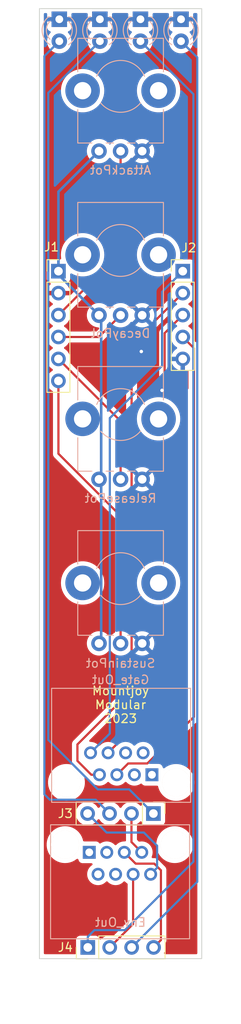
<source format=kicad_pcb>
(kicad_pcb (version 20211014) (generator pcbnew)
  (layers (0 "F.Cu" signal) (31 "B.Cu" signal) (34 "B.Paste" user) (35 "F.Paste" user) (36 "B.SilkS" user "B.Silkscreen") (37 "F.SilkS" user "F.Silkscreen") (38 "B.Mask" user) (39 "F.Mask" user) (44 "Edge.Cuts" user))
  (net 0 "")
  (net 1 "GND")
  (net 2 "/Led1_Out")
  (net 3 "/Led2_Out")
  (net 4 "/Led3_Out")
  (net 5 "/Led4_Out")
  (net 6 "+3.3VA")
  (net 7 "/Attack_Pot")
  (net 8 "/Decay_Pot")
  (net 9 "/Release_Pot")
  (net 10 "/Sustain_Pot")
  (net 11 "/Env2_Out")
  (net 12 "/Env1_Out")
  (net 13 "/Gate1_In")
  (net 14 "/Gate2_In")
  (net 15 "/Gate3_In")
  (net 16 "/Gate4_In")
  (net 17 "/Env3_Out")
  (net 18 "/Env4_Out")
  (footprint "Connector_PinHeader_2.54mm:PinHeader_1x06_P2.54mm_Vertical" (layer "F.Cu") (at 52.2 74.4)
    (fp_text reference "J1" (at -0.8 -2.8) (layer "F.SilkS"))
    (fp_text value "Conn_01x04_Male")
    (fp_line (start -1.33 1.27) (end -1.33 14.03) (layer "F.SilkS") (width 0.12))
    (fp_line (start -1.33 0) (end -1.33 -1.33) (layer "F.SilkS") (width 0.12))
    (fp_line (start -1.33 14.03) (end 1.33 14.03) (layer "F.SilkS") (width 0.12))
    (fp_line (start -1.33 -1.33) (end 0 -1.33) (layer "F.SilkS") (width 0.12))
    (fp_line (start 1.33 1.27) (end 1.33 14.03) (layer "F.SilkS") (width 0.12))
    (fp_line (start -1.33 1.27) (end 1.33 1.27) (layer "F.SilkS") (width 0.12))
    (pad "1" thru_hole rect locked (at 0 0) (size 1.7 1.7) (drill 1) (layers *.Cu *.Mask) (net 6 "+3.3VA"))
    (pad "2" thru_hole oval locked (at 0 2.54) (size 1.7 1.7) (drill 1) (layers *.Cu *.Mask) (net 1 "GND"))
    (pad "3" thru_hole oval locked (at 0 5.08) (size 1.7 1.7) (drill 1) (layers *.Cu *.Mask) (net 7 "/Attack_Pot"))
    (pad "4" thru_hole oval locked (at 0 7.62) (size 1.7 1.7) (drill 1) (layers *.Cu *.Mask) (net 8 "/Decay_Pot"))
    (pad "5" thru_hole oval locked (at 0 10.16) (size 1.7 1.7) (drill 1) (layers *.Cu *.Mask) (net 9 "/Release_Pot"))
    (pad "6" thru_hole oval locked (at 0 12.7) (size 1.7 1.7) (drill 1) (layers *.Cu *.Mask) (net 10 "/Sustain_Pot"))
  )
  (footprint "Connector_PinHeader_2.54mm:PinHeader_1x04_P2.54mm_Vertical" (layer "F.Cu") (at 63.2 137.2 -90)
    (fp_text reference "J3" (at 0 10.2) (layer "F.SilkS"))
    (fp_text value "Conn_01x04_Male")
    (fp_line (start -1.33 1.27) (end 1.33 1.27) (layer "F.SilkS") (width 0.12))
    (fp_line (start -1.33 -1.33) (end 0 -1.33) (layer "F.SilkS") (width 0.12))
    (fp_line (start -1.33 8.95) (end 1.33 8.95) (layer "F.SilkS") (width 0.12))
    (fp_line (start -1.33 0) (end -1.33 -1.33) (layer "F.SilkS") (width 0.12))
    (fp_line (start 1.33 1.27) (end 1.33 8.95) (layer "F.SilkS") (width 0.12))
    (fp_line (start -1.33 1.27) (end -1.33 8.95) (layer "F.SilkS") (width 0.12))
    (pad "1" thru_hole rect (at 0 0 270) (size 1.7 1.7) (drill 1) (layers *.Cu *.Mask) (net 3 "/Led2_Out"))
    (pad "2" thru_hole oval (at 0 2.54 270) (size 1.7 1.7) (drill 1) (layers *.Cu *.Mask) (net 11 "/Env2_Out"))
    (pad "3" thru_hole oval (at 0 5.08 270) (size 1.7 1.7) (drill 1) (layers *.Cu *.Mask) (net 2 "/Led1_Out"))
    (pad "4" thru_hole oval (at 0 7.62 270) (size 1.7 1.7) (drill 1) (layers *.Cu *.Mask) (net 12 "/Env1_Out"))
  )
  (footprint "Connector_PinHeader_2.54mm:PinHeader_1x04_P2.54mm_Vertical" (layer "F.Cu") (at 55.6 152.7 90)
    (fp_text reference "J4" (at 0 -2.6 180) (layer "F.SilkS"))
    (fp_text value "Conn_01x04_Male")
    (fp_line (start 1.33 1.27) (end 1.33 8.95) (layer "F.SilkS") (width 0.12))
    (fp_line (start -1.33 -1.33) (end 0 -1.33) (layer "F.SilkS") (width 0.12))
    (fp_line (start -1.33 1.27) (end -1.33 8.95) (layer "F.SilkS") (width 0.12))
    (fp_line (start -1.33 0) (end -1.33 -1.33) (layer "F.SilkS") (width 0.12))
    (fp_line (start -1.33 8.95) (end 1.33 8.95) (layer "F.SilkS") (width 0.12))
    (fp_line (start -1.33 1.27) (end 1.33 1.27) (layer "F.SilkS") (width 0.12))
    (pad "1" thru_hole rect (at 0 0 90) (size 1.7 1.7) (drill 1) (layers *.Cu *.Mask) (net 4 "/Led3_Out"))
    (pad "2" thru_hole oval (at 0 2.54 90) (size 1.7 1.7) (drill 1) (layers *.Cu *.Mask) (net 17 "/Env3_Out"))
    (pad "3" thru_hole oval (at 0 5.08 90) (size 1.7 1.7) (drill 1) (layers *.Cu *.Mask) (net 5 "/Led4_Out"))
    (pad "4" thru_hole oval (at 0 7.62 90) (size 1.7 1.7) (drill 1) (layers *.Cu *.Mask) (net 18 "/Env4_Out"))
  )
  (footprint "Connector_PinHeader_2.54mm:PinHeader_1x05_P2.54mm_Vertical" (layer "F.Cu") (at 66.6 74.4)
    (fp_text reference "J2" (at 0.7 -2.7) (layer "F.SilkS"))
    (fp_text value "Conn_01x05_Male")
    (fp_line (start -1.33 1.27) (end 1.33 1.27) (layer "F.SilkS") (width 0.12))
    (fp_line (start -1.33 11.49) (end 1.33 11.49) (layer "F.SilkS") (width 0.12))
    (fp_line (start -1.33 -1.33) (end 0 -1.33) (layer "F.SilkS") (width 0.12))
    (fp_line (start -1.33 1.27) (end -1.33 11.49) (layer "F.SilkS") (width 0.12))
    (fp_line (start 1.33 1.27) (end 1.33 11.49) (layer "F.SilkS") (width 0.12))
    (fp_line (start -1.33 0) (end -1.33 -1.33) (layer "F.SilkS") (width 0.12))
    (pad "1" thru_hole rect locked (at 0 0) (size 1.7 1.7) (drill 1) (layers *.Cu *.Mask) (net 13 "/Gate1_In"))
    (pad "2" thru_hole oval locked (at 0 2.54) (size 1.7 1.7) (drill 1) (layers *.Cu *.Mask) (net 14 "/Gate2_In"))
    (pad "3" thru_hole oval locked (at 0 5.08) (size 1.7 1.7) (drill 1) (layers *.Cu *.Mask) (net 15 "/Gate3_In"))
    (pad "4" thru_hole oval locked (at 0 7.62) (size 1.7 1.7) (drill 1) (layers *.Cu *.Mask) (net 16 "/Gate4_In"))
    (pad "5" thru_hole oval locked (at 0 10.16) (size 1.7 1.7) (drill 1) (layers *.Cu *.Mask) (net 1 "GND"))
  )
  (footprint "Custom_Footprints:LED_D3.0mm" (layer "B.Cu") (at 57 46.5 -90)
    (fp_text reference "D2" hide)
    (fp_text value "LED")
    (fp_line (start -1.56 1.236) (end -1.56 1.08) (layer "B.SilkS") (width 0.12))
    (fp_line (start -1.56 -1.08) (end -1.56 -1.236) (layer "B.SilkS") (width 0.12))
    (fp_arc (start 1.04113 1.079837) (mid 0.000117 1.5) (end -1.040961 1.08) (layer "B.SilkS") (width 0.12))
    (fp_arc (start 1.672335 1.078608) (mid 0.096487 1.987659) (end -1.56 1.235516) (layer "B.SilkS") (width 0.12))
    (fp_arc (start -1.56 -1.235516) (mid 0.096487 -1.987659) (end 1.672335 -1.078608) (layer "B.SilkS") (width 0.12))
    (fp_arc (start -1.040961 -1.08) (mid 0.000117 -1.5) (end 1.04113 -1.079837) (layer "B.SilkS") (width 0.12))
    (pad "1" thru_hole rect (at -1.27 0 270) (size 1.8 1.8) (drill 0.9) (layers *.Cu *.Mask) (net 1 "GND"))
    (pad "2" thru_hole circle (at 1.27 0 270) (size 1.8 1.8) (drill 0.9) (layers *.Cu *.Mask) (net 3 "/Led2_Out"))
  )
  (footprint "Custom_Footprints:LED_D3.0mm" (layer "B.Cu") (at 52.3 46.5 -90)
    (fp_text reference "D1" hide)
    (fp_text value "LED")
    (fp_line (start -1.56 -1.08) (end -1.56 -1.236) (layer "B.SilkS") (width 0.12))
    (fp_line (start -1.56 1.236) (end -1.56 1.08) (layer "B.SilkS") (width 0.12))
    (fp_arc (start 1.04113 1.079837) (mid 0.000117 1.5) (end -1.040961 1.08) (layer "B.SilkS") (width 0.12))
    (fp_arc (start -1.040961 -1.08) (mid 0.000117 -1.5) (end 1.04113 -1.079837) (layer "B.SilkS") (width 0.12))
    (fp_arc (start -1.56 -1.235516) (mid 0.096487 -1.987659) (end 1.672335 -1.078608) (layer "B.SilkS") (width 0.12))
    (fp_arc (start 1.672335 1.078608) (mid 0.096487 1.987659) (end -1.56 1.235516) (layer "B.SilkS") (width 0.12))
    (pad "1" thru_hole rect (at -1.27 0 270) (size 1.8 1.8) (drill 0.9) (layers *.Cu *.Mask) (net 1 "GND"))
    (pad "2" thru_hole circle (at 1.27 0 270) (size 1.8 1.8) (drill 0.9) (layers *.Cu *.Mask) (net 2 "/Led1_Out"))
  )
  (footprint "Custom_Footprints:Alpha_9mm_Potentiometer_Aligned" (layer "B.Cu") (at 59.4 110 180)
    (fp_text reference "RV4" hide)
    (fp_text value "SustainPot" (at 0 -9.8) (layer "B.SilkS") (effects (justify mirror)))
    (fp_line (start -4.961 5.56) (end 4.96 5.56) (layer "B.SilkS") (width 0.12))
    (fp_line (start -4.961 -6.56) (end -3.325 -6.56) (layer "B.SilkS") (width 0.12))
    (fp_line (start 3.325 -6.56) (end 4.96 -6.56) (layer "B.SilkS") (width 0.12))
    (fp_line (start 4.96 -6.56) (end 4.96 -2.694) (layer "B.SilkS") (width 0.12))
    (fp_line (start 4.96 1.695) (end 4.96 5.56) (layer "B.SilkS") (width 0.12))
    (fp_line (start -4.961 -6.56) (end -4.961 -2.694) (layer "B.SilkS") (width 0.12))
    (fp_line (start -1.675 -6.56) (end -0.825 -6.56) (layer "B.SilkS") (width 0.12))
    (fp_line (start 0.825 -6.56) (end 1.675 -6.56) (layer "B.SilkS") (width 0.12))
    (fp_line (start -4.961 1.695) (end -4.961 5.56) (layer "B.SilkS") (width 0.12))
    (fp_arc (start -2.298 -1.928) (mid -0.000192 -2.999665) (end 2.297753 -1.928295) (layer "B.SilkS") (width 0.12))
    (fp_arc (start 2.762 1.173) (mid -0.000553 3.000762) (end -2.762432 1.171982) (layer "B.SilkS") (width 0.12))
    (pad "" np_thru_hole circle locked (at -4.4 -0.5 90) (size 4 4) (drill 2) (layers *.Cu *.Mask))
    (pad "" np_thru_hole circle locked (at 4.4 -0.5 90) (size 4 4) (drill 2) (layers *.Cu *.Mask))
    (pad "1" thru_hole circle locked (at 2.5 -7.5 90) (size 1.8 1.8) (drill 1) (layers *.Cu *.Mask) (net 6 "+3.3VA"))
    (pad "2" thru_hole circle locked (at 0 -7.5 90) (size 1.8 1.8) (drill 1) (layers *.Cu *.Mask) (net 10 "/Sustain_Pot"))
    (pad "3" thru_hole circle locked (at -2.5 -7.5 90) (size 1.8 1.8) (drill 1) (layers *.Cu *.Mask) (net 1 "GND"))
  )
  (footprint "Custom_Footprints:LED_D3.0mm" (layer "B.Cu") (at 66.4 46.5 -90)
    (fp_text reference "D4" hide)
    (fp_text value "LED")
    (fp_line (start -1.56 1.236) (end -1.56 1.08) (layer "B.SilkS") (width 0.12))
    (fp_line (start -1.56 -1.08) (end -1.56 -1.236) (layer "B.SilkS") (width 0.12))
    (fp_arc (start -1.040961 -1.08) (mid 0.000117 -1.5) (end 1.04113 -1.079837) (layer "B.SilkS") (width 0.12))
    (fp_arc (start 1.04113 1.079837) (mid 0.000117 1.5) (end -1.040961 1.08) (layer "B.SilkS") (width 0.12))
    (fp_arc (start -1.56 -1.235516) (mid 0.096487 -1.987659) (end 1.672335 -1.078608) (layer "B.SilkS") (width 0.12))
    (fp_arc (start 1.672335 1.078608) (mid 0.096487 1.987659) (end -1.56 1.235516) (layer "B.SilkS") (width 0.12))
    (pad "1" thru_hole rect (at -1.27 0 270) (size 1.8 1.8) (drill 0.9) (layers *.Cu *.Mask) (net 1 "GND"))
    (pad "2" thru_hole circle (at 1.27 0 270) (size 1.8 1.8) (drill 0.9) (layers *.Cu *.Mask) (net 5 "/Led4_Out"))
  )
  (footprint "Custom_Footprints:Alpha_9mm_Potentiometer_Aligned" (layer "B.Cu") (at 59.4 91 180)
    (fp_text reference "RV3" hide)
    (fp_text value "ReleasePot" (at 0 -9.7) (layer "B.SilkS") (effects (justify mirror)))
    (fp_line (start -4.961 1.695) (end -4.961 5.56) (layer "B.SilkS") (width 0.12))
    (fp_line (start -4.961 -6.56) (end -4.961 -2.694) (layer "B.SilkS") (width 0.12))
    (fp_line (start -4.961 5.56) (end 4.96 5.56) (layer "B.SilkS") (width 0.12))
    (fp_line (start 3.325 -6.56) (end 4.96 -6.56) (layer "B.SilkS") (width 0.12))
    (fp_line (start -4.961 -6.56) (end -3.325 -6.56) (layer "B.SilkS") (width 0.12))
    (fp_line (start 4.96 1.695) (end 4.96 5.56) (layer "B.SilkS") (width 0.12))
    (fp_line (start -1.675 -6.56) (end -0.825 -6.56) (layer "B.SilkS") (width 0.12))
    (fp_line (start 0.825 -6.56) (end 1.675 -6.56) (layer "B.SilkS") (width 0.12))
    (fp_line (start 4.96 -6.56) (end 4.96 -2.694) (layer "B.SilkS") (width 0.12))
    (fp_arc (start -2.298 -1.928) (mid -0.000192 -2.999665) (end 2.297753 -1.928295) (layer "B.SilkS") (width 0.12))
    (fp_arc (start 2.762 1.173) (mid -0.000553 3.000762) (end -2.762432 1.171982) (layer "B.SilkS") (width 0.12))
    (pad "" np_thru_hole circle locked (at -4.4 -0.5 90) (size 4 4) (drill 2) (layers *.Cu *.Mask))
    (pad "" np_thru_hole circle locked (at 4.4 -0.5 90) (size 4 4) (drill 2) (layers *.Cu *.Mask))
    (pad "1" thru_hole circle locked (at 2.5 -7.5 90) (size 1.8 1.8) (drill 1) (layers *.Cu *.Mask) (net 6 "+3.3VA"))
    (pad "2" thru_hole circle locked (at 0 -7.5 90) (size 1.8 1.8) (drill 1) (layers *.Cu *.Mask) (net 9 "/Release_Pot"))
    (pad "3" thru_hole circle locked (at -2.5 -7.5 90) (size 1.8 1.8) (drill 1) (layers *.Cu *.Mask) (net 1 "GND"))
  )
  (footprint "Custom_Footprints:RJ45_Amphenol_RJHSE-3080" (layer "B.Cu") (at 59.4 145.1)
    (fp_text reference "J6" hide)
    (fp_text value "Env_Out" (at -0.01 4.7) (layer "B.SilkS") (effects (justify mirror)))
    (fp_rect (start -8.11 6.6) (end 7.99 -6.6) (layer "B.SilkS") (width 0.12) (fill none))
    (pad "" np_thru_hole circle (at 6.27 -4.3) (size 3.25 3.25) (drill 3.25) (layers F&B.Cu *.SilkS *.Mask))
    (pad "" np_thru_hole circle (at -6.43 -4.3) (size 3.25 3.25) (drill 3.25) (layers F&B.Cu *.SilkS *.Mask))
    (pad "1" thru_hole circle (at 3.48 -0.87) (size 1.5 1.5) (drill 0.9) (layers *.Cu *.Mask) (net 12 "/Env1_Out"))
    (pad "2" thru_hole circle (at 2.45 -3.41) (size 1.5 1.5) (drill 0.9) (layers *.Cu *.Mask) (net 11 "/Env2_Out"))
    (pad "3" thru_hole circle (at 1.45 -0.87) (size 1.5 1.5) (drill 0.9) (layers *.Cu *.Mask) (net 17 "/Env3_Out"))
    (pad "4" thru_hole circle (at 0.43 -3.41) (size 1.5 1.5) (drill 0.9) (layers *.Cu *.Mask) (net 18 "/Env4_Out"))
    (pad "5" thru_hole circle (at -0.58 -0.87) (size 1.5 1.5) (drill 0.9) (layers *.Cu *.Mask))
    (pad "6" thru_hole circle (at -1.6 -3.41) (size 1.5 1.5) (drill 0.9) (layers *.Cu *.Mask))
    (pad "7" thru_hole circle (at -2.61 -0.87) (size 1.5 1.5) (drill 0.9) (layers *.Cu *.Mask))
    (pad "8" thru_hole rect (at -3.63 -3.41) (size 1.5 1.5) (drill 0.9) (layers *.Cu *.Mask))
  )
  (footprint "Custom_Footprints:Alpha_9mm_Potentiometer_Aligned" (layer "B.Cu") (at 59.4 72 180)
    (fp_text reference "RV2" hide)
    (fp_text value "DecayPot" (at 0 -9.6) (layer "B.SilkS") (effects (justify mirror)))
    (fp_line (start 4.96 1.695) (end 4.96 5.56) (layer "B.SilkS") (width 0.12))
    (fp_line (start -4.961 5.56) (end 4.96 5.56) (layer "B.SilkS") (width 0.12))
    (fp_line (start 3.325 -6.56) (end 4.96 -6.56) (layer "B.SilkS") (width 0.12))
    (fp_line (start -4.961 -6.56) (end -4.961 -2.694) (layer "B.SilkS") (width 0.12))
    (fp_line (start -1.675 -6.56) (end -0.825 -6.56) (layer "B.SilkS") (width 0.12))
    (fp_line (start 4.96 -6.56) (end 4.96 -2.694) (layer "B.SilkS") (width 0.12))
    (fp_line (start -4.961 1.695) (end -4.961 5.56) (layer "B.SilkS") (width 0.12))
    (fp_line (start 0.825 -6.56) (end 1.675 -6.56) (layer "B.SilkS") (width 0.12))
    (fp_line (start -4.961 -6.56) (end -3.325 -6.56) (layer "B.SilkS") (width 0.12))
    (fp_arc (start -2.298 -1.928) (mid -0.000192 -2.999665) (end 2.297753 -1.928295) (layer "B.SilkS") (width 0.12))
    (fp_arc (start 2.762 1.173) (mid -0.000553 3.000762) (end -2.762432 1.171982) (layer "B.SilkS") (width 0.12))
    (pad "" np_thru_hole circle locked (at -4.4 -0.5 90) (size 4 4) (drill 2) (layers *.Cu *.Mask))
    (pad "" np_thru_hole circle locked (at 4.4 -0.5 90) (size 4 4) (drill 2) (layers *.Cu *.Mask))
    (pad "1" thru_hole circle locked (at 2.5 -7.5 90) (size 1.8 1.8) (drill 1) (layers *.Cu *.Mask) (net 6 "+3.3VA"))
    (pad "2" thru_hole circle locked (at 0 -7.5 90) (size 1.8 1.8) (drill 1) (layers *.Cu *.Mask) (net 8 "/Decay_Pot"))
    (pad "3" thru_hole circle locked (at -2.5 -7.5 90) (size 1.8 1.8) (drill 1) (layers *.Cu *.Mask) (net 1 "GND"))
  )
  (footprint "Custom_Footprints:LED_D3.0mm" (layer "B.Cu") (at 61.7 46.5 -90)
    (fp_text reference "D3" hide)
    (fp_text value "LED")
    (fp_line (start -1.56 -1.08) (end -1.56 -1.236) (layer "B.SilkS") (width 0.12))
    (fp_line (start -1.56 1.236) (end -1.56 1.08) (layer "B.SilkS") (width 0.12))
    (fp_arc (start 1.672335 1.078608) (mid 0.096487 1.987659) (end -1.56 1.235516) (layer "B.SilkS") (width 0.12))
    (fp_arc (start -1.040961 -1.08) (mid 0.000117 -1.5) (end 1.04113 -1.079837) (layer "B.SilkS") (width 0.12))
    (fp_arc (start -1.56 -1.235516) (mid 0.096487 -1.987659) (end 1.672335 -1.078608) (layer "B.SilkS") (width 0.12))
    (fp_arc (start 1.04113 1.079837) (mid 0.000117 1.5) (end -1.040961 1.08) (layer "B.SilkS") (width 0.12))
    (pad "1" thru_hole rect (at -1.27 0 270) (size 1.8 1.8) (drill 0.9) (layers *.Cu *.Mask) (net 1 "GND"))
    (pad "2" thru_hole circle (at 1.27 0 270) (size 1.8 1.8) (drill 0.9) (layers *.Cu *.Mask) (net 4 "/Led3_Out"))
  )
  (footprint "Custom_Footprints:Alpha_9mm_Potentiometer_Aligned" (layer "B.Cu") (at 59.4 53 180)
    (fp_text reference "RV1" hide)
    (fp_text value "AttackPot" (at 0 -9.7) (layer "B.SilkS") (effects (justify mirror)))
    (fp_line (start 3.325 -6.56) (end 4.96 -6.56) (layer "B.SilkS") (width 0.12))
    (fp_line (start -4.961 1.695) (end -4.961 5.56) (layer "B.SilkS") (width 0.12))
    (fp_line (start -4.961 -6.56) (end -4.961 -2.694) (layer "B.SilkS") (width 0.12))
    (fp_line (start -4.961 5.56) (end 4.96 5.56) (layer "B.SilkS") (width 0.12))
    (fp_line (start 0.825 -6.56) (end 1.675 -6.56) (layer "B.SilkS") (width 0.12))
    (fp_line (start -4.961 -6.56) (end -3.325 -6.56) (layer "B.SilkS") (width 0.12))
    (fp_line (start 4.96 1.695) (end 4.96 5.56) (layer "B.SilkS") (width 0.12))
    (fp_line (start 4.96 -6.56) (end 4.96 -2.694) (layer "B.SilkS") (width 0.12))
    (fp_line (start -1.675 -6.56) (end -0.825 -6.56) (layer "B.SilkS") (width 0.12))
    (fp_arc (start 2.762 1.173) (mid -0.000553 3.000762) (end -2.762432 1.171982) (layer "B.SilkS") (width 0.12))
    (fp_arc (start -2.298 -1.928) (mid -0.000192 -2.999665) (end 2.297753 -1.928295) (layer "B.SilkS") (width 0.12))
    (pad "" np_thru_hole circle locked (at 4.4 -0.5 90) (size 4 4) (drill 2) (layers *.Cu *.Mask))
    (pad "" np_thru_hole circle locked (at -4.4 -0.5 90) (size 4 4) (drill 2) (layers *.Cu *.Mask))
    (pad "1" thru_hole circle locked (at 2.5 -7.5 90) (size 1.8 1.8) (drill 1) (layers *.Cu *.Mask) (net 6 "+3.3VA"))
    (pad "2" thru_hole circle locked (at 0 -7.5 90) (size 1.8 1.8) (drill 1) (layers *.Cu *.Mask) (net 7 "/Attack_Pot"))
    (pad "3" thru_hole circle locked (at -2.5 -7.5 90) (size 1.8 1.8) (drill 1) (layers *.Cu *.Mask) (net 1 "GND"))
  )
  (footprint "Custom_Footprints:RJ45_Amphenol_RJHSE-3080" (layer "B.Cu") (at 59.4 129.3 180)
    (fp_text reference "J5" hide)
    (fp_text value "Gate_Out" (at -0.01 7.59) (layer "B.SilkS") (effects (justify mirror)))
    (fp_rect (start -8.11 6.6) (end 7.99 -6.6) (layer "B.SilkS") (width 0.12) (fill none))
    (pad "" np_thru_hole circle (at 6.27 -4.3 180) (size 3.25 3.25) (drill 3.25) (layers F&B.Cu *.SilkS *.Mask))
    (pad "" np_thru_hole circle (at -6.43 -4.3 180) (size 3.25 3.25) (drill 3.25) (layers F&B.Cu *.SilkS *.Mask))
    (pad "1" thru_hole circle (at 3.48 -0.87 180) (size 1.5 1.5) (drill 0.9) (layers *.Cu *.Mask) (net 13 "/Gate1_In"))
    (pad "2" thru_hole circle (at 2.45 -3.41 180) (size 1.5 1.5) (drill 0.9) (layers *.Cu *.Mask) (net 14 "/Gate2_In"))
    (pad "3" thru_hole circle (at 1.45 -0.87 180) (size 1.5 1.5) (drill 0.9) (layers *.Cu *.Mask) (net 15 "/Gate3_In"))
    (pad "4" thru_hole circle (at 0.43 -3.41 180) (size 1.5 1.5) (drill 0.9) (layers *.Cu *.Mask) (net 16 "/Gate4_In"))
    (pad "5" thru_hole circle (at -0.58 -0.87 180) (size 1.5 1.5) (drill 0.9) (layers *.Cu *.Mask))
    (pad "6" thru_hole circle (at -1.6 -3.41 180) (size 1.5 1.5) (drill 0.9) (layers *.Cu *.Mask))
    (pad "7" thru_hole circle (at -2.61 -0.87 180) (size 1.5 1.5) (drill 0.9) (layers *.Cu *.Mask))
    (pad "8" thru_hole rect (at -3.63 -3.41 180) (size 1.5 1.5) (drill 0.9) (layers *.Cu *.Mask))
  )
  (gr_rect (start 50 44) (end 68.8 154) (layer "Edge.Cuts") (width 0.1) (fill none))
  (gr_text "Mountjoy\nModular\n2023" (at 59.4 124.6) (layer "F.SilkS") (effects (font (size 1 1))))
  (via (at 61.8 83.7) (size 0.8) (drill 0.4) (layers "F.Cu" "B.Cu") (net 1))
  (via (at 64.2 88.2) (size 0.8) (drill 0.4) (layers "F.Cu" "B.Cu") (net 1))
  (segment (start 58.12 137.2) (end 56.52 135.6) (width 0.25) (layer "B.Cu") (net 2))
  (segment (start 50.575499 134.975499) (end 50.575499 49.494501) (width 0.25) (layer "B.Cu") (net 2))
  (segment (start 56.52 135.6) (end 51.2 135.6) (width 0.25) (layer "B.Cu") (net 2))
  (segment (start 50.575499 49.494501) (end 52.3 47.77) (width 0.25) (layer "B.Cu") (net 2))
  (segment (start 51.2 135.6) (end 50.575499 134.975499) (width 0.25) (layer "B.Cu") (net 2))
  (segment (start 63.2 137.2) (end 60.4 134.4) (width 0.25) (layer "B.Cu") (net 3))
  (segment (start 51.025 53.745) (end 57 47.77) (width 0.25) (layer "B.Cu") (net 3))
  (segment (start 51.025 128.666571) (end 51.025 53.745) (width 0.25) (layer "B.Cu") (net 3))
  (segment (start 60.4 134.4) (end 56.758429 134.4) (width 0.25) (layer "B.Cu") (net 3))
  (segment (start 56.758429 134.4) (end 51.025 128.666571) (width 0.25) (layer "B.Cu") (net 3))
  (segment (start 56.36514 150.7) (end 59.9 150.7) (width 0.25) (layer "B.Cu") (net 4))
  (segment (start 67.830001 53.900001) (end 61.7 47.77) (width 0.25) (layer "B.Cu") (net 4))
  (segment (start 55.6 151.46514) (end 56.36514 150.7) (width 0.25) (layer "B.Cu") (net 4))
  (segment (start 67.830001 142.769999) (end 67.830001 53.900001) (width 0.25) (layer "B.Cu") (net 4))
  (segment (start 55.6 152.7) (end 55.6 151.46514) (width 0.25) (layer "B.Cu") (net 4))
  (segment (start 59.9 150.7) (end 67.830001 142.769999) (width 0.25) (layer "B.Cu") (net 4))
  (segment (start 60.68 152.7) (end 68.279502 145.100498) (width 0.25) (layer "B.Cu") (net 5))
  (segment (start 68.279502 49.649502) (end 66.4 47.77) (width 0.25) (layer "B.Cu") (net 5))
  (segment (start 68.279502 145.100498) (end 68.279502 49.649502) (width 0.25) (layer "B.Cu") (net 5))
  (segment (start 57.15 98.75) (end 56.9 98.5) (width 0.3) (layer "B.Cu") (net 6))
  (segment (start 56.9 79.5) (end 57.15 79.75) (width 0.3) (layer "B.Cu") (net 6))
  (segment (start 52.2 74.8) (end 56.9 79.5) (width 0.3) (layer "B.Cu") (net 6))
  (segment (start 57.15 117.25) (end 57.15 98.75) (width 0.3) (layer "B.Cu") (net 6))
  (segment (start 52.2 74.4) (end 52.2 74.8) (width 0.3) (layer "B.Cu") (net 6))
  (segment (start 57.15 79.75) (end 57.15 98.25) (width 0.3) (layer "B.Cu") (net 6))
  (segment (start 57.15 98.25) (end 56.9 98.5) (width 0.3) (layer "B.Cu") (net 6))
  (segment (start 52.2 74.4) (end 52.2 65.2) (width 0.3) (layer "B.Cu") (net 6))
  (segment (start 56.9 117.5) (end 57.15 117.25) (width 0.3) (layer "B.Cu") (net 6))
  (segment (start 52.2 65.2) (end 56.9 60.5) (width 0.3) (layer "B.Cu") (net 6))
  (segment (start 59.4 60.5) (end 59.4 72.28) (width 0.25) (layer "F.Cu") (net 7))
  (segment (start 59.4 72.28) (end 52.2 79.48) (width 0.25) (layer "F.Cu") (net 7))
  (segment (start 56.88 82.02) (end 52.2 82.02) (width 0.25) (layer "F.Cu") (net 8))
  (segment (start 59.4 79.5) (end 56.88 82.02) (width 0.25) (layer "F.Cu") (net 8))
  (segment (start 59.4 91.76) (end 52.2 84.56) (width 0.25) (layer "F.Cu") (net 9))
  (segment (start 59.4 98.5) (end 59.4 91.76) (width 0.25) (layer "F.Cu") (net 9))
  (segment (start 52.2 95.532412) (end 52.2 87.1) (width 0.25) (layer "F.Cu") (net 10))
  (segment (start 59.4 102.732412) (end 52.2 95.532412) (width 0.25) (layer "F.Cu") (net 10))
  (segment (start 59.4 117.5) (end 59.4 102.732412) (width 0.25) (layer "F.Cu") (net 10))
  (segment (start 60.66 140.5) (end 61.85 141.69) (width 0.25) (layer "F.Cu") (net 11))
  (segment (start 60.66 137.2) (end 60.66 140.5) (width 0.25) (layer "F.Cu") (net 11))
  (segment (start 57.78 139.4) (end 55.58 137.2) (width 0.25) (layer "B.Cu") (net 12))
  (segment (start 62.88 144.23) (end 63.63 143.48) (width 0.25) (layer "B.Cu") (net 12))
  (segment (start 63.63 143.48) (end 63.63 140.93) (width 0.25) (layer "B.Cu") (net 12))
  (segment (start 62.1 139.4) (end 57.78 139.4) (width 0.25) (layer "B.Cu") (net 12))
  (segment (start 63.63 140.93) (end 62.1 139.4) (width 0.25) (layer "B.Cu") (net 12))
  (segment (start 64.2 76.8) (end 66.6 74.4) (width 0.25) (layer "B.Cu") (net 13))
  (segment (start 64.2 85.36431) (end 64.2 76.8) (width 0.25) (layer "B.Cu") (net 13))
  (segment (start 55.92 130.17) (end 58.150499 127.939501) (width 0.25) (layer "B.Cu") (net 13))
  (segment (start 58.150499 127.939501) (end 58.150499 91.413811) (width 0.25) (layer "B.Cu") (net 13))
  (segment (start 58.150499 91.413811) (end 64.2 85.36431) (width 0.25) (layer "B.Cu") (net 13))
  (segment (start 60.675 82.865) (end 66.6 76.94) (width 0.25) (layer "F.Cu") (net 14))
  (segment (start 60.675 122.925) (end 60.675 82.865) (width 0.25) (layer "F.Cu") (net 14))
  (segment (start 54.4 131.1) (end 54.4 129.2) (width 0.25) (layer "F.Cu") (net 14))
  (segment (start 56.01 132.71) (end 54.4 131.1) (width 0.25) (layer "F.Cu") (net 14))
  (segment (start 54.4 129.2) (end 60.675 122.925) (width 0.25) (layer "F.Cu") (net 14))
  (segment (start 56.95 132.71) (end 56.01 132.71) (width 0.25) (layer "F.Cu") (net 14))
  (segment (start 64.5 81.58) (end 66.6 79.48) (width 0.25) (layer "F.Cu") (net 15))
  (segment (start 66.8 121.32) (end 66.8 88.7) (width 0.25) (layer "F.Cu") (net 15))
  (segment (start 64.5 86.4) (end 64.5 81.58) (width 0.25) (layer "F.Cu") (net 15))
  (segment (start 66.8 88.7) (end 64.5 86.4) (width 0.25) (layer "F.Cu") (net 15))
  (segment (start 57.95 130.17) (end 66.8 121.32) (width 0.25) (layer "F.Cu") (net 15))
  (segment (start 62.5 131.4) (end 60.28 131.4) (width 0.25) (layer "F.Cu") (net 16))
  (segment (start 67.9 83.32) (end 67.9 126) (width 0.25) (layer "F.Cu") (net 16))
  (segment (start 60.28 131.4) (end 58.97 132.71) (width 0.25) (layer "F.Cu") (net 16))
  (segment (start 67.9 126) (end 62.5 131.4) (width 0.25) (layer "F.Cu") (net 16))
  (segment (start 66.6 82.02) (end 67.9 83.32) (width 0.25) (layer "F.Cu") (net 16))
  (segment (start 58.14 152.7) (end 60.85 149.99) (width 0.25) (layer "F.Cu") (net 17))
  (segment (start 60.85 149.99) (end 60.85 144.23) (width 0.25) (layer "F.Cu") (net 17))
  (segment (start 63.3 143) (end 61.14 143) (width 0.25) (layer "F.Cu") (net 18))
  (segment (start 64.07 143.77) (end 63.3 143) (width 0.25) (layer "F.Cu") (net 18))
  (segment (start 64.07 151.85) (end 64.07 143.77) (width 0.25) (layer "F.Cu") (net 18))
  (segment (start 63.22 152.7) (end 64.07 151.85) (width 0.25) (layer "F.Cu") (net 18))
  (segment (start 61.14 143) (end 59.83 141.69) (width 0.25) (layer "F.Cu") (net 18))
  (zone locked (net 1) (net_name "GND") (layers F&B.Cu) (priority 1) (connect_pads (clearance 0.508)) (min_thickness 0.254) (fill yes (thermal_gap 0.508) (thermal_bridge_width 0.508))
    (polygon (pts (xy 69.6 154.8) (xy 49 154.8) (xy 49 43) (xy 69.6 43)))
  )
)
</source>
